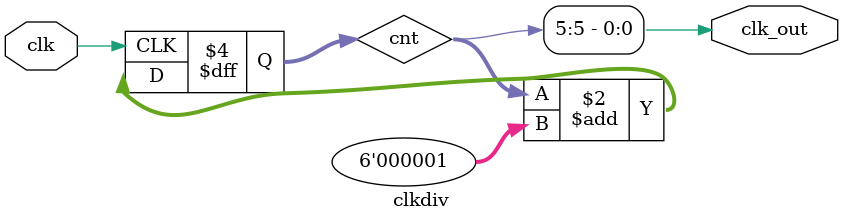
<source format=v>
module clkdiv #(parameter n=5) (
    input wire clk,
    output wire clk_out
);

reg [n:0] cnt;
assign clk_out = cnt[n];

initial begin
    cnt <= {n+1{1'b0}};
end

always @(posedge clk)
begin
	cnt <= cnt + {{n{1'b0}}, 1'b1};
end

endmodule
</source>
